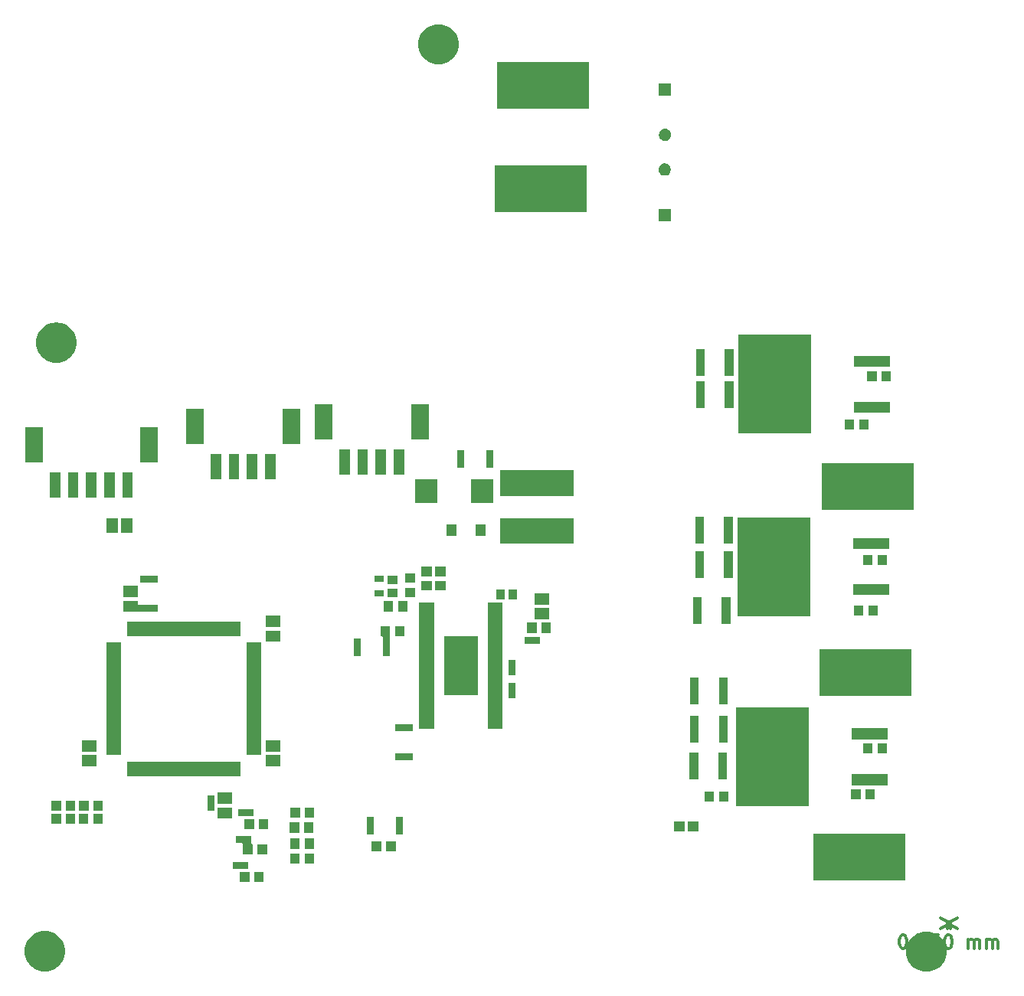
<source format=gbr>
G04 #@! TF.GenerationSoftware,KiCad,Pcbnew,5.0.2+dfsg1-1*
G04 #@! TF.CreationDate,2019-10-08T03:24:47-04:00*
G04 #@! TF.ProjectId,DSC_motor_controller,4453435f-6d6f-4746-9f72-5f636f6e7472,1*
G04 #@! TF.SameCoordinates,Original*
G04 #@! TF.FileFunction,Soldermask,Top*
G04 #@! TF.FilePolarity,Negative*
%FSLAX46Y46*%
G04 Gerber Fmt 4.6, Leading zero omitted, Abs format (unit mm)*
G04 Created by KiCad (PCBNEW 5.0.2+dfsg1-1) date Tue 08 Oct 2019 03:24:47 AM EDT*
%MOMM*%
%LPD*%
G01*
G04 APERTURE LIST*
%ADD10C,0.300000*%
%ADD11C,0.100000*%
G04 APERTURE END LIST*
D10*
X183287142Y-137288571D02*
X183430000Y-137288571D01*
X183572857Y-137360000D01*
X183644285Y-137431428D01*
X183715714Y-137574285D01*
X183787142Y-137860000D01*
X183787142Y-138217142D01*
X183715714Y-138502857D01*
X183644285Y-138645714D01*
X183572857Y-138717142D01*
X183430000Y-138788571D01*
X183287142Y-138788571D01*
X183144285Y-138717142D01*
X183072857Y-138645714D01*
X183001428Y-138502857D01*
X182930000Y-138217142D01*
X182930000Y-137860000D01*
X183001428Y-137574285D01*
X183072857Y-137431428D01*
X183144285Y-137360000D01*
X183287142Y-137288571D01*
X184430000Y-138645714D02*
X184501428Y-138717142D01*
X184430000Y-138788571D01*
X184358571Y-138717142D01*
X184430000Y-138645714D01*
X184430000Y-138788571D01*
X185001428Y-137288571D02*
X185930000Y-137288571D01*
X185430000Y-137860000D01*
X185644285Y-137860000D01*
X185787142Y-137931428D01*
X185858571Y-138002857D01*
X185930000Y-138145714D01*
X185930000Y-138502857D01*
X185858571Y-138645714D01*
X185787142Y-138717142D01*
X185644285Y-138788571D01*
X185215714Y-138788571D01*
X185072857Y-138717142D01*
X185001428Y-138645714D01*
X187215714Y-137288571D02*
X186930000Y-137288571D01*
X186787142Y-137360000D01*
X186715714Y-137431428D01*
X186572857Y-137645714D01*
X186501428Y-137931428D01*
X186501428Y-138502857D01*
X186572857Y-138645714D01*
X186644285Y-138717142D01*
X186787142Y-138788571D01*
X187072857Y-138788571D01*
X187215714Y-138717142D01*
X187287142Y-138645714D01*
X187358571Y-138502857D01*
X187358571Y-138145714D01*
X187287142Y-138002857D01*
X187215714Y-137931428D01*
X187072857Y-137860000D01*
X186787142Y-137860000D01*
X186644285Y-137931428D01*
X186572857Y-138002857D01*
X186501428Y-138145714D01*
X188287142Y-137288571D02*
X188430000Y-137288571D01*
X188572857Y-137360000D01*
X188644285Y-137431428D01*
X188715714Y-137574285D01*
X188787142Y-137860000D01*
X188787142Y-138217142D01*
X188715714Y-138502857D01*
X188644285Y-138645714D01*
X188572857Y-138717142D01*
X188430000Y-138788571D01*
X188287142Y-138788571D01*
X188144285Y-138717142D01*
X188072857Y-138645714D01*
X188001428Y-138502857D01*
X187930000Y-138217142D01*
X187930000Y-137860000D01*
X188001428Y-137574285D01*
X188072857Y-137431428D01*
X188144285Y-137360000D01*
X188287142Y-137288571D01*
X190572857Y-138788571D02*
X190572857Y-137788571D01*
X190572857Y-137931428D02*
X190644285Y-137860000D01*
X190787142Y-137788571D01*
X191001428Y-137788571D01*
X191144285Y-137860000D01*
X191215714Y-138002857D01*
X191215714Y-138788571D01*
X191215714Y-138002857D02*
X191287142Y-137860000D01*
X191430000Y-137788571D01*
X191644285Y-137788571D01*
X191787142Y-137860000D01*
X191858571Y-138002857D01*
X191858571Y-138788571D01*
X192572857Y-138788571D02*
X192572857Y-137788571D01*
X192572857Y-137931428D02*
X192644285Y-137860000D01*
X192787142Y-137788571D01*
X193001428Y-137788571D01*
X193144285Y-137860000D01*
X193215714Y-138002857D01*
X193215714Y-138788571D01*
X193215714Y-138002857D02*
X193287142Y-137860000D01*
X193430000Y-137788571D01*
X193644285Y-137788571D01*
X193787142Y-137860000D01*
X193858571Y-138002857D01*
X193858571Y-138788571D01*
X188610000Y-136010000D02*
X188250000Y-136010000D01*
X188610000Y-135950000D02*
X188610000Y-136596421D01*
X188250000Y-135950000D02*
X188250000Y-136596421D01*
X188250000Y-136010000D02*
X189376504Y-135423579D01*
X188250000Y-136010000D02*
X189376504Y-136596421D01*
X188610000Y-136010000D02*
X187483496Y-135423579D01*
X188610000Y-136010000D02*
X187483496Y-136596421D01*
D11*
G36*
X186230466Y-136935974D02*
X186599359Y-137009351D01*
X187004501Y-137177167D01*
X187369120Y-137420797D01*
X187679203Y-137730880D01*
X187922833Y-138095499D01*
X188090649Y-138500641D01*
X188176200Y-138930738D01*
X188176200Y-139369262D01*
X188090649Y-139799359D01*
X187922833Y-140204501D01*
X187679203Y-140569120D01*
X187369120Y-140879203D01*
X187004501Y-141122833D01*
X186599359Y-141290649D01*
X186230466Y-141364026D01*
X186169263Y-141376200D01*
X185730737Y-141376200D01*
X185669534Y-141364026D01*
X185300641Y-141290649D01*
X184895499Y-141122833D01*
X184530880Y-140879203D01*
X184220797Y-140569120D01*
X183977167Y-140204501D01*
X183809351Y-139799359D01*
X183723800Y-139369262D01*
X183723800Y-138930738D01*
X183809351Y-138500641D01*
X183977167Y-138095499D01*
X184220797Y-137730880D01*
X184530880Y-137420797D01*
X184895499Y-137177167D01*
X185300641Y-137009351D01*
X185669534Y-136935974D01*
X185730737Y-136923800D01*
X186169263Y-136923800D01*
X186230466Y-136935974D01*
X186230466Y-136935974D01*
G37*
G36*
X88780466Y-136885974D02*
X89149359Y-136959351D01*
X89554501Y-137127167D01*
X89919120Y-137370797D01*
X90229203Y-137680880D01*
X90472833Y-138045499D01*
X90640649Y-138450641D01*
X90726200Y-138880738D01*
X90726200Y-139319262D01*
X90640649Y-139749359D01*
X90472833Y-140154501D01*
X90229203Y-140519120D01*
X89919120Y-140829203D01*
X89554501Y-141072833D01*
X89149359Y-141240649D01*
X88780466Y-141314026D01*
X88719263Y-141326200D01*
X88280737Y-141326200D01*
X88219534Y-141314026D01*
X87850641Y-141240649D01*
X87445499Y-141072833D01*
X87080880Y-140829203D01*
X86770797Y-140519120D01*
X86527167Y-140154501D01*
X86359351Y-139749359D01*
X86273800Y-139319262D01*
X86273800Y-138880738D01*
X86359351Y-138450641D01*
X86527167Y-138045499D01*
X86770797Y-137680880D01*
X87080880Y-137370797D01*
X87445499Y-137127167D01*
X87850641Y-136959351D01*
X88219534Y-136885974D01*
X88280737Y-136873800D01*
X88719263Y-136873800D01*
X88780466Y-136885974D01*
X88780466Y-136885974D01*
G37*
G36*
X111095200Y-131446200D02*
X110042800Y-131446200D01*
X110042800Y-130293800D01*
X111095200Y-130293800D01*
X111095200Y-131446200D01*
X111095200Y-131446200D01*
G37*
G36*
X112695200Y-131446200D02*
X111642800Y-131446200D01*
X111642800Y-130293800D01*
X112695200Y-130293800D01*
X112695200Y-131446200D01*
X112695200Y-131446200D01*
G37*
G36*
X183602700Y-131287200D02*
X173450300Y-131287200D01*
X173450300Y-126134800D01*
X183602700Y-126134800D01*
X183602700Y-131287200D01*
X183602700Y-131287200D01*
G37*
G36*
X110973200Y-129986200D02*
X109300800Y-129986200D01*
X109300800Y-129213800D01*
X110973200Y-129213800D01*
X110973200Y-129986200D01*
X110973200Y-129986200D01*
G37*
G36*
X116657700Y-129414200D02*
X115605300Y-129414200D01*
X115605300Y-128261800D01*
X116657700Y-128261800D01*
X116657700Y-129414200D01*
X116657700Y-129414200D01*
G37*
G36*
X118257700Y-129414200D02*
X117205300Y-129414200D01*
X117205300Y-128261800D01*
X118257700Y-128261800D01*
X118257700Y-129414200D01*
X118257700Y-129414200D01*
G37*
G36*
X113050700Y-128398200D02*
X111998300Y-128398200D01*
X111998300Y-127245800D01*
X113050700Y-127245800D01*
X113050700Y-128398200D01*
X113050700Y-128398200D01*
G37*
G36*
X111290700Y-127120800D02*
X111293102Y-127145186D01*
X111300215Y-127168635D01*
X111311766Y-127190246D01*
X111327312Y-127209188D01*
X111346254Y-127224734D01*
X111367865Y-127236285D01*
X111391314Y-127243398D01*
X111415700Y-127245800D01*
X111450700Y-127245800D01*
X111450700Y-128398200D01*
X110398300Y-128398200D01*
X110398300Y-127266400D01*
X110395898Y-127242014D01*
X110388785Y-127218565D01*
X110377234Y-127196954D01*
X110361688Y-127178012D01*
X110342746Y-127162466D01*
X110321135Y-127150915D01*
X110297686Y-127143802D01*
X110273300Y-127141400D01*
X109618300Y-127141400D01*
X109618300Y-126369000D01*
X111290700Y-126369000D01*
X111290700Y-127120800D01*
X111290700Y-127120800D01*
G37*
G36*
X125674700Y-128080700D02*
X124622300Y-128080700D01*
X124622300Y-126928300D01*
X125674700Y-126928300D01*
X125674700Y-128080700D01*
X125674700Y-128080700D01*
G37*
G36*
X127274700Y-128080700D02*
X126222300Y-128080700D01*
X126222300Y-126928300D01*
X127274700Y-126928300D01*
X127274700Y-128080700D01*
X127274700Y-128080700D01*
G37*
G36*
X118257700Y-127763200D02*
X117205300Y-127763200D01*
X117205300Y-126610800D01*
X118257700Y-126610800D01*
X118257700Y-127763200D01*
X118257700Y-127763200D01*
G37*
G36*
X116657700Y-127763200D02*
X115605300Y-127763200D01*
X115605300Y-126610800D01*
X116657700Y-126610800D01*
X116657700Y-127763200D01*
X116657700Y-127763200D01*
G37*
G36*
X128061700Y-126204700D02*
X127289300Y-126204700D01*
X127289300Y-124232300D01*
X128061700Y-124232300D01*
X128061700Y-126204700D01*
X128061700Y-126204700D01*
G37*
G36*
X124861700Y-126204700D02*
X124089300Y-126204700D01*
X124089300Y-124232300D01*
X124861700Y-124232300D01*
X124861700Y-126204700D01*
X124861700Y-126204700D01*
G37*
G36*
X118194200Y-125985200D02*
X117141800Y-125985200D01*
X117141800Y-124832800D01*
X118194200Y-124832800D01*
X118194200Y-125985200D01*
X118194200Y-125985200D01*
G37*
G36*
X116594200Y-125985200D02*
X115541800Y-125985200D01*
X115541800Y-124832800D01*
X116594200Y-124832800D01*
X116594200Y-125985200D01*
X116594200Y-125985200D01*
G37*
G36*
X159227200Y-125858200D02*
X158074800Y-125858200D01*
X158074800Y-124705800D01*
X159227200Y-124705800D01*
X159227200Y-125858200D01*
X159227200Y-125858200D01*
G37*
G36*
X160727200Y-125858200D02*
X159574800Y-125858200D01*
X159574800Y-124705800D01*
X160727200Y-124705800D01*
X160727200Y-125858200D01*
X160727200Y-125858200D01*
G37*
G36*
X111603200Y-125604200D02*
X110550800Y-125604200D01*
X110550800Y-124451800D01*
X111603200Y-124451800D01*
X111603200Y-125604200D01*
X111603200Y-125604200D01*
G37*
G36*
X113203200Y-125604200D02*
X112150800Y-125604200D01*
X112150800Y-124451800D01*
X113203200Y-124451800D01*
X113203200Y-125604200D01*
X113203200Y-125604200D01*
G37*
G36*
X91867200Y-125035308D02*
X90814800Y-125035308D01*
X90814800Y-123882908D01*
X91867200Y-123882908D01*
X91867200Y-125035308D01*
X91867200Y-125035308D01*
G37*
G36*
X90267200Y-125035308D02*
X89214800Y-125035308D01*
X89214800Y-123882908D01*
X90267200Y-123882908D01*
X90267200Y-125035308D01*
X90267200Y-125035308D01*
G37*
G36*
X93274697Y-125010308D02*
X92222297Y-125010308D01*
X92222297Y-123907908D01*
X93274697Y-123907908D01*
X93274697Y-125010308D01*
X93274697Y-125010308D01*
G37*
G36*
X94874697Y-125010308D02*
X93822297Y-125010308D01*
X93822297Y-123907908D01*
X94874697Y-123907908D01*
X94874697Y-125010308D01*
X94874697Y-125010308D01*
G37*
G36*
X109170200Y-124432200D02*
X107547800Y-124432200D01*
X107547800Y-123179800D01*
X109170200Y-123179800D01*
X109170200Y-124432200D01*
X109170200Y-124432200D01*
G37*
G36*
X116683200Y-124334200D02*
X115630800Y-124334200D01*
X115630800Y-123181800D01*
X116683200Y-123181800D01*
X116683200Y-124334200D01*
X116683200Y-124334200D01*
G37*
G36*
X118283200Y-124334200D02*
X117230800Y-124334200D01*
X117230800Y-123181800D01*
X118283200Y-123181800D01*
X118283200Y-124334200D01*
X118283200Y-124334200D01*
G37*
G36*
X111529200Y-124144200D02*
X109856800Y-124144200D01*
X109856800Y-123371800D01*
X111529200Y-123371800D01*
X111529200Y-124144200D01*
X111529200Y-124144200D01*
G37*
G36*
X90267200Y-123572200D02*
X89214800Y-123572200D01*
X89214800Y-122419800D01*
X90267200Y-122419800D01*
X90267200Y-123572200D01*
X90267200Y-123572200D01*
G37*
G36*
X91867200Y-123572200D02*
X90814800Y-123572200D01*
X90814800Y-122419800D01*
X91867200Y-122419800D01*
X91867200Y-123572200D01*
X91867200Y-123572200D01*
G37*
G36*
X94915200Y-123547200D02*
X93862800Y-123547200D01*
X93862800Y-122444800D01*
X94915200Y-122444800D01*
X94915200Y-123547200D01*
X94915200Y-123547200D01*
G37*
G36*
X93315200Y-123547200D02*
X92262800Y-123547200D01*
X92262800Y-122444800D01*
X93315200Y-122444800D01*
X93315200Y-123547200D01*
X93315200Y-123547200D01*
G37*
G36*
X107221200Y-123530200D02*
X106448800Y-123530200D01*
X106448800Y-121857800D01*
X107221200Y-121857800D01*
X107221200Y-123530200D01*
X107221200Y-123530200D01*
G37*
G36*
X172964200Y-123049700D02*
X164911800Y-123049700D01*
X164911800Y-112147300D01*
X172964200Y-112147300D01*
X172964200Y-123049700D01*
X172964200Y-123049700D01*
G37*
G36*
X109170200Y-122812200D02*
X107547800Y-122812200D01*
X107547800Y-121559800D01*
X109170200Y-121559800D01*
X109170200Y-122812200D01*
X109170200Y-122812200D01*
G37*
G36*
X164041200Y-122556200D02*
X162988800Y-122556200D01*
X162988800Y-121403800D01*
X164041200Y-121403800D01*
X164041200Y-122556200D01*
X164041200Y-122556200D01*
G37*
G36*
X162441200Y-122556200D02*
X161388800Y-122556200D01*
X161388800Y-121403800D01*
X162441200Y-121403800D01*
X162441200Y-122556200D01*
X162441200Y-122556200D01*
G37*
G36*
X180259200Y-122302200D02*
X179206800Y-122302200D01*
X179206800Y-121149800D01*
X180259200Y-121149800D01*
X180259200Y-122302200D01*
X180259200Y-122302200D01*
G37*
G36*
X178659200Y-122302200D02*
X177606800Y-122302200D01*
X177606800Y-121149800D01*
X178659200Y-121149800D01*
X178659200Y-122302200D01*
X178659200Y-122302200D01*
G37*
G36*
X181664200Y-120739700D02*
X177711800Y-120739700D01*
X177711800Y-119537300D01*
X181664200Y-119537300D01*
X181664200Y-120739700D01*
X181664200Y-120739700D01*
G37*
G36*
X163907200Y-120100700D02*
X162944800Y-120100700D01*
X162944800Y-117128300D01*
X163907200Y-117128300D01*
X163907200Y-120100700D01*
X163907200Y-120100700D01*
G37*
G36*
X160707200Y-120100700D02*
X159744800Y-120100700D01*
X159744800Y-117128300D01*
X160707200Y-117128300D01*
X160707200Y-120100700D01*
X160707200Y-120100700D01*
G37*
G36*
X110076700Y-119736700D02*
X97624300Y-119736700D01*
X97624300Y-118109300D01*
X110076700Y-118109300D01*
X110076700Y-119736700D01*
X110076700Y-119736700D01*
G37*
G36*
X114504200Y-118638200D02*
X112881800Y-118638200D01*
X112881800Y-117385800D01*
X114504200Y-117385800D01*
X114504200Y-118638200D01*
X114504200Y-118638200D01*
G37*
G36*
X94184200Y-118638200D02*
X92561800Y-118638200D01*
X92561800Y-117385800D01*
X94184200Y-117385800D01*
X94184200Y-118638200D01*
X94184200Y-118638200D01*
G37*
G36*
X129157200Y-117946200D02*
X127184800Y-117946200D01*
X127184800Y-117173800D01*
X129157200Y-117173800D01*
X129157200Y-117946200D01*
X129157200Y-117946200D01*
G37*
G36*
X112402200Y-117411200D02*
X110774800Y-117411200D01*
X110774800Y-104958800D01*
X112402200Y-104958800D01*
X112402200Y-117411200D01*
X112402200Y-117411200D01*
G37*
G36*
X96926200Y-117411200D02*
X95298800Y-117411200D01*
X95298800Y-104958800D01*
X96926200Y-104958800D01*
X96926200Y-117411200D01*
X96926200Y-117411200D01*
G37*
G36*
X179967200Y-117222200D02*
X178914800Y-117222200D01*
X178914800Y-116069800D01*
X179967200Y-116069800D01*
X179967200Y-117222200D01*
X179967200Y-117222200D01*
G37*
G36*
X181567200Y-117222200D02*
X180514800Y-117222200D01*
X180514800Y-116069800D01*
X181567200Y-116069800D01*
X181567200Y-117222200D01*
X181567200Y-117222200D01*
G37*
G36*
X114504200Y-117018200D02*
X112881800Y-117018200D01*
X112881800Y-115765800D01*
X114504200Y-115765800D01*
X114504200Y-117018200D01*
X114504200Y-117018200D01*
G37*
G36*
X94184200Y-117018200D02*
X92561800Y-117018200D01*
X92561800Y-115765800D01*
X94184200Y-115765800D01*
X94184200Y-117018200D01*
X94184200Y-117018200D01*
G37*
G36*
X160758200Y-116036700D02*
X159795800Y-116036700D01*
X159795800Y-113064300D01*
X160758200Y-113064300D01*
X160758200Y-116036700D01*
X160758200Y-116036700D01*
G37*
G36*
X163958200Y-116036700D02*
X162995800Y-116036700D01*
X162995800Y-113064300D01*
X163958200Y-113064300D01*
X163958200Y-116036700D01*
X163958200Y-116036700D01*
G37*
G36*
X181664200Y-115659700D02*
X177711800Y-115659700D01*
X177711800Y-114457300D01*
X181664200Y-114457300D01*
X181664200Y-115659700D01*
X181664200Y-115659700D01*
G37*
G36*
X129157200Y-114746200D02*
X127184800Y-114746200D01*
X127184800Y-113973800D01*
X129157200Y-113973800D01*
X129157200Y-114746200D01*
X129157200Y-114746200D01*
G37*
G36*
X131503027Y-114478200D02*
X129875627Y-114478200D01*
X129875627Y-100525800D01*
X131503027Y-100525800D01*
X131503027Y-114478200D01*
X131503027Y-114478200D01*
G37*
G36*
X139079027Y-114478200D02*
X137451627Y-114478200D01*
X137451627Y-100525800D01*
X139079027Y-100525800D01*
X139079027Y-114478200D01*
X139079027Y-114478200D01*
G37*
G36*
X163958200Y-111782200D02*
X162995800Y-111782200D01*
X162995800Y-108809800D01*
X163958200Y-108809800D01*
X163958200Y-111782200D01*
X163958200Y-111782200D01*
G37*
G36*
X160758200Y-111782200D02*
X159795800Y-111782200D01*
X159795800Y-108809800D01*
X160758200Y-108809800D01*
X160758200Y-111782200D01*
X160758200Y-111782200D01*
G37*
G36*
X140495200Y-111084200D02*
X139722800Y-111084200D01*
X139722800Y-109411800D01*
X140495200Y-109411800D01*
X140495200Y-111084200D01*
X140495200Y-111084200D01*
G37*
G36*
X184301200Y-110840200D02*
X174148800Y-110840200D01*
X174148800Y-105687800D01*
X184301200Y-105687800D01*
X184301200Y-110840200D01*
X184301200Y-110840200D01*
G37*
G36*
X136358527Y-110753200D02*
X132596127Y-110753200D01*
X132596127Y-104250800D01*
X136358527Y-104250800D01*
X136358527Y-110753200D01*
X136358527Y-110753200D01*
G37*
G36*
X140495200Y-108544200D02*
X139722800Y-108544200D01*
X139722800Y-106871800D01*
X140495200Y-106871800D01*
X140495200Y-108544200D01*
X140495200Y-108544200D01*
G37*
G36*
X126627200Y-104317742D02*
X126622266Y-104323754D01*
X126610715Y-104345365D01*
X126603602Y-104368814D01*
X126601200Y-104393200D01*
X126601200Y-106456200D01*
X125828800Y-106456200D01*
X125828800Y-104393200D01*
X125826398Y-104368814D01*
X125819285Y-104345365D01*
X125807734Y-104323754D01*
X125792188Y-104304812D01*
X125773246Y-104289266D01*
X125751635Y-104277715D01*
X125728186Y-104270602D01*
X125703800Y-104268200D01*
X125574800Y-104268200D01*
X125574800Y-103115800D01*
X126627200Y-103115800D01*
X126627200Y-104317742D01*
X126627200Y-104317742D01*
G37*
G36*
X123401200Y-106456200D02*
X122628800Y-106456200D01*
X122628800Y-104483800D01*
X123401200Y-104483800D01*
X123401200Y-106456200D01*
X123401200Y-106456200D01*
G37*
G36*
X143183200Y-105094200D02*
X141510800Y-105094200D01*
X141510800Y-104321800D01*
X143183200Y-104321800D01*
X143183200Y-105094200D01*
X143183200Y-105094200D01*
G37*
G36*
X114504200Y-104874200D02*
X112881800Y-104874200D01*
X112881800Y-103621800D01*
X114504200Y-103621800D01*
X114504200Y-104874200D01*
X114504200Y-104874200D01*
G37*
G36*
X128227200Y-104268200D02*
X127174800Y-104268200D01*
X127174800Y-103115800D01*
X128227200Y-103115800D01*
X128227200Y-104268200D01*
X128227200Y-104268200D01*
G37*
G36*
X110076700Y-104260700D02*
X97624300Y-104260700D01*
X97624300Y-102633300D01*
X110076700Y-102633300D01*
X110076700Y-104260700D01*
X110076700Y-104260700D01*
G37*
G36*
X144445200Y-103887200D02*
X143392800Y-103887200D01*
X143392800Y-102734800D01*
X144445200Y-102734800D01*
X144445200Y-103887200D01*
X144445200Y-103887200D01*
G37*
G36*
X142845200Y-103887200D02*
X141792800Y-103887200D01*
X141792800Y-102734800D01*
X142845200Y-102734800D01*
X142845200Y-103887200D01*
X142845200Y-103887200D01*
G37*
G36*
X114504200Y-103254200D02*
X112881800Y-103254200D01*
X112881800Y-102001800D01*
X114504200Y-102001800D01*
X114504200Y-103254200D01*
X114504200Y-103254200D01*
G37*
G36*
X164288200Y-102892200D02*
X163325800Y-102892200D01*
X163325800Y-99919800D01*
X164288200Y-99919800D01*
X164288200Y-102892200D01*
X164288200Y-102892200D01*
G37*
G36*
X161088200Y-102892200D02*
X160125800Y-102892200D01*
X160125800Y-99919800D01*
X161088200Y-99919800D01*
X161088200Y-102892200D01*
X161088200Y-102892200D01*
G37*
G36*
X144222200Y-102382200D02*
X142599800Y-102382200D01*
X142599800Y-101129800D01*
X144222200Y-101129800D01*
X144222200Y-102382200D01*
X144222200Y-102382200D01*
G37*
G36*
X173098200Y-102031200D02*
X165045800Y-102031200D01*
X165045800Y-91128800D01*
X173098200Y-91128800D01*
X173098200Y-102031200D01*
X173098200Y-102031200D01*
G37*
G36*
X178951200Y-101982200D02*
X177898800Y-101982200D01*
X177898800Y-100829800D01*
X178951200Y-100829800D01*
X178951200Y-101982200D01*
X178951200Y-101982200D01*
G37*
G36*
X180551200Y-101982200D02*
X179498800Y-101982200D01*
X179498800Y-100829800D01*
X180551200Y-100829800D01*
X180551200Y-101982200D01*
X180551200Y-101982200D01*
G37*
G36*
X98756200Y-100640800D02*
X98758602Y-100665186D01*
X98765715Y-100688635D01*
X98777266Y-100710246D01*
X98792812Y-100729188D01*
X98811754Y-100744734D01*
X98833365Y-100756285D01*
X98856814Y-100763398D01*
X98881200Y-100765800D01*
X100963200Y-100765800D01*
X100963200Y-101538200D01*
X98881200Y-101538200D01*
X98856814Y-101540602D01*
X98833365Y-101547715D01*
X98811754Y-101559266D01*
X98795995Y-101572200D01*
X97133800Y-101572200D01*
X97133800Y-100319800D01*
X98756200Y-100319800D01*
X98756200Y-100640800D01*
X98756200Y-100640800D01*
G37*
G36*
X128570200Y-101537700D02*
X127517800Y-101537700D01*
X127517800Y-100385300D01*
X128570200Y-100385300D01*
X128570200Y-101537700D01*
X128570200Y-101537700D01*
G37*
G36*
X126970200Y-101537700D02*
X125917800Y-101537700D01*
X125917800Y-100385300D01*
X126970200Y-100385300D01*
X126970200Y-101537700D01*
X126970200Y-101537700D01*
G37*
G36*
X144222200Y-100762200D02*
X142599800Y-100762200D01*
X142599800Y-99509800D01*
X144222200Y-99509800D01*
X144222200Y-100762200D01*
X144222200Y-100762200D01*
G37*
G36*
X140705200Y-100194200D02*
X139772800Y-100194200D01*
X139772800Y-99061800D01*
X140705200Y-99061800D01*
X140705200Y-100194200D01*
X140705200Y-100194200D01*
G37*
G36*
X139305200Y-100194200D02*
X138372800Y-100194200D01*
X138372800Y-99061800D01*
X139305200Y-99061800D01*
X139305200Y-100194200D01*
X139305200Y-100194200D01*
G37*
G36*
X98756200Y-99952200D02*
X97133800Y-99952200D01*
X97133800Y-98699800D01*
X98756200Y-98699800D01*
X98756200Y-99952200D01*
X98756200Y-99952200D01*
G37*
G36*
X129445700Y-99938200D02*
X128293300Y-99938200D01*
X128293300Y-98885800D01*
X129445700Y-98885800D01*
X129445700Y-99938200D01*
X129445700Y-99938200D01*
G37*
G36*
X127467200Y-99905200D02*
X126334800Y-99905200D01*
X126334800Y-98972800D01*
X127467200Y-98972800D01*
X127467200Y-99905200D01*
X127467200Y-99905200D01*
G37*
G36*
X125986700Y-99885200D02*
X124894300Y-99885200D01*
X124894300Y-99192800D01*
X125986700Y-99192800D01*
X125986700Y-99885200D01*
X125986700Y-99885200D01*
G37*
G36*
X181798200Y-99721200D02*
X177845800Y-99721200D01*
X177845800Y-98518800D01*
X181798200Y-98518800D01*
X181798200Y-99721200D01*
X181798200Y-99721200D01*
G37*
G36*
X132811200Y-99214200D02*
X131658800Y-99214200D01*
X131658800Y-98161800D01*
X132811200Y-98161800D01*
X132811200Y-99214200D01*
X132811200Y-99214200D01*
G37*
G36*
X131287200Y-99214200D02*
X130134800Y-99214200D01*
X130134800Y-98161800D01*
X131287200Y-98161800D01*
X131287200Y-99214200D01*
X131287200Y-99214200D01*
G37*
G36*
X127467200Y-98505200D02*
X126334800Y-98505200D01*
X126334800Y-97572800D01*
X127467200Y-97572800D01*
X127467200Y-98505200D01*
X127467200Y-98505200D01*
G37*
G36*
X129445700Y-98338200D02*
X128293300Y-98338200D01*
X128293300Y-97285800D01*
X129445700Y-97285800D01*
X129445700Y-98338200D01*
X129445700Y-98338200D01*
G37*
G36*
X100963200Y-98338200D02*
X98990800Y-98338200D01*
X98990800Y-97565800D01*
X100963200Y-97565800D01*
X100963200Y-98338200D01*
X100963200Y-98338200D01*
G37*
G36*
X125986700Y-98285200D02*
X124894300Y-98285200D01*
X124894300Y-97592800D01*
X125986700Y-97592800D01*
X125986700Y-98285200D01*
X125986700Y-98285200D01*
G37*
G36*
X161342200Y-97812200D02*
X160379800Y-97812200D01*
X160379800Y-94839800D01*
X161342200Y-94839800D01*
X161342200Y-97812200D01*
X161342200Y-97812200D01*
G37*
G36*
X164542200Y-97812200D02*
X163579800Y-97812200D01*
X163579800Y-94839800D01*
X164542200Y-94839800D01*
X164542200Y-97812200D01*
X164542200Y-97812200D01*
G37*
G36*
X131287200Y-97614200D02*
X130134800Y-97614200D01*
X130134800Y-96561800D01*
X131287200Y-96561800D01*
X131287200Y-97614200D01*
X131287200Y-97614200D01*
G37*
G36*
X132811200Y-97614200D02*
X131658800Y-97614200D01*
X131658800Y-96561800D01*
X132811200Y-96561800D01*
X132811200Y-97614200D01*
X132811200Y-97614200D01*
G37*
G36*
X180005200Y-96394200D02*
X178952800Y-96394200D01*
X178952800Y-95241800D01*
X180005200Y-95241800D01*
X180005200Y-96394200D01*
X180005200Y-96394200D01*
G37*
G36*
X181605200Y-96394200D02*
X180552800Y-96394200D01*
X180552800Y-95241800D01*
X181605200Y-95241800D01*
X181605200Y-96394200D01*
X181605200Y-96394200D01*
G37*
G36*
X181798200Y-94641200D02*
X177845800Y-94641200D01*
X177845800Y-93438800D01*
X181798200Y-93438800D01*
X181798200Y-94641200D01*
X181798200Y-94641200D01*
G37*
G36*
X146979200Y-94052200D02*
X138826800Y-94052200D01*
X138826800Y-91199800D01*
X146979200Y-91199800D01*
X146979200Y-94052200D01*
X146979200Y-94052200D01*
G37*
G36*
X164542200Y-94002200D02*
X163579800Y-94002200D01*
X163579800Y-91029800D01*
X164542200Y-91029800D01*
X164542200Y-94002200D01*
X164542200Y-94002200D01*
G37*
G36*
X161342200Y-94002200D02*
X160379800Y-94002200D01*
X160379800Y-91029800D01*
X161342200Y-91029800D01*
X161342200Y-94002200D01*
X161342200Y-94002200D01*
G37*
G36*
X133965200Y-93132200D02*
X132892800Y-93132200D01*
X132892800Y-91899800D01*
X133965200Y-91899800D01*
X133965200Y-93132200D01*
X133965200Y-93132200D01*
G37*
G36*
X137165200Y-93132200D02*
X136092800Y-93132200D01*
X136092800Y-91899800D01*
X137165200Y-91899800D01*
X137165200Y-93132200D01*
X137165200Y-93132200D01*
G37*
G36*
X98159200Y-92819200D02*
X96906800Y-92819200D01*
X96906800Y-91196800D01*
X98159200Y-91196800D01*
X98159200Y-92819200D01*
X98159200Y-92819200D01*
G37*
G36*
X96539200Y-92819200D02*
X95286800Y-92819200D01*
X95286800Y-91196800D01*
X96539200Y-91196800D01*
X96539200Y-92819200D01*
X96539200Y-92819200D01*
G37*
G36*
X184555200Y-90266200D02*
X174402800Y-90266200D01*
X174402800Y-85113800D01*
X184555200Y-85113800D01*
X184555200Y-90266200D01*
X184555200Y-90266200D01*
G37*
G36*
X131885200Y-89499200D02*
X129432800Y-89499200D01*
X129432800Y-86896800D01*
X131885200Y-86896800D01*
X131885200Y-89499200D01*
X131885200Y-89499200D01*
G37*
G36*
X138085200Y-89499200D02*
X135632800Y-89499200D01*
X135632800Y-86896800D01*
X138085200Y-86896800D01*
X138085200Y-89499200D01*
X138085200Y-89499200D01*
G37*
G36*
X92203200Y-88956200D02*
X91050800Y-88956200D01*
X91050800Y-86103800D01*
X92203200Y-86103800D01*
X92203200Y-88956200D01*
X92203200Y-88956200D01*
G37*
G36*
X90203200Y-88956200D02*
X89050800Y-88956200D01*
X89050800Y-86103800D01*
X90203200Y-86103800D01*
X90203200Y-88956200D01*
X90203200Y-88956200D01*
G37*
G36*
X94203200Y-88956200D02*
X93050800Y-88956200D01*
X93050800Y-86103800D01*
X94203200Y-86103800D01*
X94203200Y-88956200D01*
X94203200Y-88956200D01*
G37*
G36*
X98203200Y-88956200D02*
X97050800Y-88956200D01*
X97050800Y-86103800D01*
X98203200Y-86103800D01*
X98203200Y-88956200D01*
X98203200Y-88956200D01*
G37*
G36*
X96203200Y-88956200D02*
X95050800Y-88956200D01*
X95050800Y-86103800D01*
X96203200Y-86103800D01*
X96203200Y-88956200D01*
X96203200Y-88956200D01*
G37*
G36*
X146979200Y-88752200D02*
X138826800Y-88752200D01*
X138826800Y-85899800D01*
X146979200Y-85899800D01*
X146979200Y-88752200D01*
X146979200Y-88752200D01*
G37*
G36*
X111967200Y-86930200D02*
X110814800Y-86930200D01*
X110814800Y-84077800D01*
X111967200Y-84077800D01*
X111967200Y-86930200D01*
X111967200Y-86930200D01*
G37*
G36*
X107967200Y-86930200D02*
X106814800Y-86930200D01*
X106814800Y-84077800D01*
X107967200Y-84077800D01*
X107967200Y-86930200D01*
X107967200Y-86930200D01*
G37*
G36*
X109967200Y-86930200D02*
X108814800Y-86930200D01*
X108814800Y-84077800D01*
X109967200Y-84077800D01*
X109967200Y-86930200D01*
X109967200Y-86930200D01*
G37*
G36*
X113967200Y-86930200D02*
X112814800Y-86930200D01*
X112814800Y-84077800D01*
X113967200Y-84077800D01*
X113967200Y-86930200D01*
X113967200Y-86930200D01*
G37*
G36*
X128191200Y-86422200D02*
X127038800Y-86422200D01*
X127038800Y-83569800D01*
X128191200Y-83569800D01*
X128191200Y-86422200D01*
X128191200Y-86422200D01*
G37*
G36*
X126191200Y-86422200D02*
X125038800Y-86422200D01*
X125038800Y-83569800D01*
X126191200Y-83569800D01*
X126191200Y-86422200D01*
X126191200Y-86422200D01*
G37*
G36*
X122191200Y-86422200D02*
X121038800Y-86422200D01*
X121038800Y-83569800D01*
X122191200Y-83569800D01*
X122191200Y-86422200D01*
X122191200Y-86422200D01*
G37*
G36*
X124191200Y-86422200D02*
X123038800Y-86422200D01*
X123038800Y-83569800D01*
X124191200Y-83569800D01*
X124191200Y-86422200D01*
X124191200Y-86422200D01*
G37*
G36*
X138031200Y-85628200D02*
X137258800Y-85628200D01*
X137258800Y-83655800D01*
X138031200Y-83655800D01*
X138031200Y-85628200D01*
X138031200Y-85628200D01*
G37*
G36*
X134831200Y-85628200D02*
X134058800Y-85628200D01*
X134058800Y-83655800D01*
X134831200Y-83655800D01*
X134831200Y-85628200D01*
X134831200Y-85628200D01*
G37*
G36*
X100953200Y-85056200D02*
X99000800Y-85056200D01*
X99000800Y-81103800D01*
X100953200Y-81103800D01*
X100953200Y-85056200D01*
X100953200Y-85056200D01*
G37*
G36*
X88253200Y-85056200D02*
X86300800Y-85056200D01*
X86300800Y-81103800D01*
X88253200Y-81103800D01*
X88253200Y-85056200D01*
X88253200Y-85056200D01*
G37*
G36*
X116717200Y-83030200D02*
X114764800Y-83030200D01*
X114764800Y-79077800D01*
X116717200Y-79077800D01*
X116717200Y-83030200D01*
X116717200Y-83030200D01*
G37*
G36*
X106017200Y-83030200D02*
X104064800Y-83030200D01*
X104064800Y-79077800D01*
X106017200Y-79077800D01*
X106017200Y-83030200D01*
X106017200Y-83030200D01*
G37*
G36*
X130941200Y-82522200D02*
X128988800Y-82522200D01*
X128988800Y-78569800D01*
X130941200Y-78569800D01*
X130941200Y-82522200D01*
X130941200Y-82522200D01*
G37*
G36*
X120241200Y-82522200D02*
X118288800Y-82522200D01*
X118288800Y-78569800D01*
X120241200Y-78569800D01*
X120241200Y-82522200D01*
X120241200Y-82522200D01*
G37*
G36*
X173225200Y-81838200D02*
X165172800Y-81838200D01*
X165172800Y-70935800D01*
X173225200Y-70935800D01*
X173225200Y-81838200D01*
X173225200Y-81838200D01*
G37*
G36*
X179573200Y-81408200D02*
X178520800Y-81408200D01*
X178520800Y-80255800D01*
X179573200Y-80255800D01*
X179573200Y-81408200D01*
X179573200Y-81408200D01*
G37*
G36*
X177973200Y-81408200D02*
X176920800Y-81408200D01*
X176920800Y-80255800D01*
X177973200Y-80255800D01*
X177973200Y-81408200D01*
X177973200Y-81408200D01*
G37*
G36*
X181925200Y-79528200D02*
X177972800Y-79528200D01*
X177972800Y-78325800D01*
X181925200Y-78325800D01*
X181925200Y-79528200D01*
X181925200Y-79528200D01*
G37*
G36*
X161418200Y-79016200D02*
X160455800Y-79016200D01*
X160455800Y-76043800D01*
X161418200Y-76043800D01*
X161418200Y-79016200D01*
X161418200Y-79016200D01*
G37*
G36*
X164618200Y-79016200D02*
X163655800Y-79016200D01*
X163655800Y-76043800D01*
X164618200Y-76043800D01*
X164618200Y-79016200D01*
X164618200Y-79016200D01*
G37*
G36*
X182037200Y-76074200D02*
X180984800Y-76074200D01*
X180984800Y-74921800D01*
X182037200Y-74921800D01*
X182037200Y-76074200D01*
X182037200Y-76074200D01*
G37*
G36*
X180437200Y-76074200D02*
X179384800Y-76074200D01*
X179384800Y-74921800D01*
X180437200Y-74921800D01*
X180437200Y-76074200D01*
X180437200Y-76074200D01*
G37*
G36*
X161418200Y-75460200D02*
X160455800Y-75460200D01*
X160455800Y-72487800D01*
X161418200Y-72487800D01*
X161418200Y-75460200D01*
X161418200Y-75460200D01*
G37*
G36*
X164618200Y-75460200D02*
X163655800Y-75460200D01*
X163655800Y-72487800D01*
X164618200Y-72487800D01*
X164618200Y-75460200D01*
X164618200Y-75460200D01*
G37*
G36*
X181925200Y-74448200D02*
X177972800Y-74448200D01*
X177972800Y-73245800D01*
X181925200Y-73245800D01*
X181925200Y-74448200D01*
X181925200Y-74448200D01*
G37*
G36*
X90030466Y-69585974D02*
X90399359Y-69659351D01*
X90804501Y-69827167D01*
X91169120Y-70070797D01*
X91479203Y-70380880D01*
X91722833Y-70745499D01*
X91890649Y-71150641D01*
X91976200Y-71580738D01*
X91976200Y-72019262D01*
X91890649Y-72449359D01*
X91722833Y-72854501D01*
X91479203Y-73219120D01*
X91169120Y-73529203D01*
X90804501Y-73772833D01*
X90399359Y-73940649D01*
X90030466Y-74014026D01*
X89969263Y-74026200D01*
X89530737Y-74026200D01*
X89469534Y-74014026D01*
X89100641Y-73940649D01*
X88695499Y-73772833D01*
X88330880Y-73529203D01*
X88020797Y-73219120D01*
X87777167Y-72854501D01*
X87609351Y-72449359D01*
X87523800Y-72019262D01*
X87523800Y-71580738D01*
X87609351Y-71150641D01*
X87777167Y-70745499D01*
X88020797Y-70380880D01*
X88330880Y-70070797D01*
X88695499Y-69827167D01*
X89100641Y-69659351D01*
X89469534Y-69585974D01*
X89530737Y-69573800D01*
X89969263Y-69573800D01*
X90030466Y-69585974D01*
X90030466Y-69585974D01*
G37*
G36*
X157676200Y-58326200D02*
X156323800Y-58326200D01*
X156323800Y-56973800D01*
X157676200Y-56973800D01*
X157676200Y-58326200D01*
X157676200Y-58326200D01*
G37*
G36*
X148351200Y-57351200D02*
X138198800Y-57351200D01*
X138198800Y-52198800D01*
X148351200Y-52198800D01*
X148351200Y-57351200D01*
X148351200Y-57351200D01*
G37*
G36*
X157197241Y-51999785D02*
X157320301Y-52050759D01*
X157431053Y-52124761D01*
X157525239Y-52218947D01*
X157599241Y-52329699D01*
X157650215Y-52452759D01*
X157676200Y-52583399D01*
X157676200Y-52716601D01*
X157650215Y-52847241D01*
X157599241Y-52970301D01*
X157525239Y-53081053D01*
X157431053Y-53175239D01*
X157320301Y-53249241D01*
X157197241Y-53300215D01*
X157066601Y-53326200D01*
X156933399Y-53326200D01*
X156802759Y-53300215D01*
X156679699Y-53249241D01*
X156568947Y-53175239D01*
X156474761Y-53081053D01*
X156400759Y-52970301D01*
X156349785Y-52847241D01*
X156323800Y-52716601D01*
X156323800Y-52583399D01*
X156349785Y-52452759D01*
X156400759Y-52329699D01*
X156474761Y-52218947D01*
X156568947Y-52124761D01*
X156679699Y-52050759D01*
X156802759Y-51999785D01*
X156933399Y-51973800D01*
X157066601Y-51973800D01*
X157197241Y-51999785D01*
X157197241Y-51999785D01*
G37*
G36*
X157247241Y-48149785D02*
X157370301Y-48200759D01*
X157481053Y-48274761D01*
X157575239Y-48368947D01*
X157649241Y-48479699D01*
X157700215Y-48602759D01*
X157726200Y-48733399D01*
X157726200Y-48866601D01*
X157700215Y-48997241D01*
X157649241Y-49120301D01*
X157575239Y-49231053D01*
X157481053Y-49325239D01*
X157370301Y-49399241D01*
X157247241Y-49450215D01*
X157116601Y-49476200D01*
X156983399Y-49476200D01*
X156852759Y-49450215D01*
X156729699Y-49399241D01*
X156618947Y-49325239D01*
X156524761Y-49231053D01*
X156450759Y-49120301D01*
X156399785Y-48997241D01*
X156373800Y-48866601D01*
X156373800Y-48733399D01*
X156399785Y-48602759D01*
X156450759Y-48479699D01*
X156524761Y-48368947D01*
X156618947Y-48274761D01*
X156729699Y-48200759D01*
X156852759Y-48149785D01*
X156983399Y-48123800D01*
X157116601Y-48123800D01*
X157247241Y-48149785D01*
X157247241Y-48149785D01*
G37*
G36*
X148601200Y-45926200D02*
X138448800Y-45926200D01*
X138448800Y-40773800D01*
X148601200Y-40773800D01*
X148601200Y-45926200D01*
X148601200Y-45926200D01*
G37*
G36*
X157726200Y-44476200D02*
X156373800Y-44476200D01*
X156373800Y-43123800D01*
X157726200Y-43123800D01*
X157726200Y-44476200D01*
X157726200Y-44476200D01*
G37*
G36*
X132280466Y-36585974D02*
X132649359Y-36659351D01*
X133054501Y-36827167D01*
X133419120Y-37070797D01*
X133729203Y-37380880D01*
X133972833Y-37745499D01*
X134140649Y-38150641D01*
X134226200Y-38580738D01*
X134226200Y-39019262D01*
X134140649Y-39449359D01*
X133972833Y-39854501D01*
X133729203Y-40219120D01*
X133419120Y-40529203D01*
X133054501Y-40772833D01*
X132649359Y-40940649D01*
X132280466Y-41014026D01*
X132219263Y-41026200D01*
X131780737Y-41026200D01*
X131719534Y-41014026D01*
X131350641Y-40940649D01*
X130945499Y-40772833D01*
X130580880Y-40529203D01*
X130270797Y-40219120D01*
X130027167Y-39854501D01*
X129859351Y-39449359D01*
X129773800Y-39019262D01*
X129773800Y-38580738D01*
X129859351Y-38150641D01*
X130027167Y-37745499D01*
X130270797Y-37380880D01*
X130580880Y-37070797D01*
X130945499Y-36827167D01*
X131350641Y-36659351D01*
X131719534Y-36585974D01*
X131780737Y-36573800D01*
X132219263Y-36573800D01*
X132280466Y-36585974D01*
X132280466Y-36585974D01*
G37*
M02*

</source>
